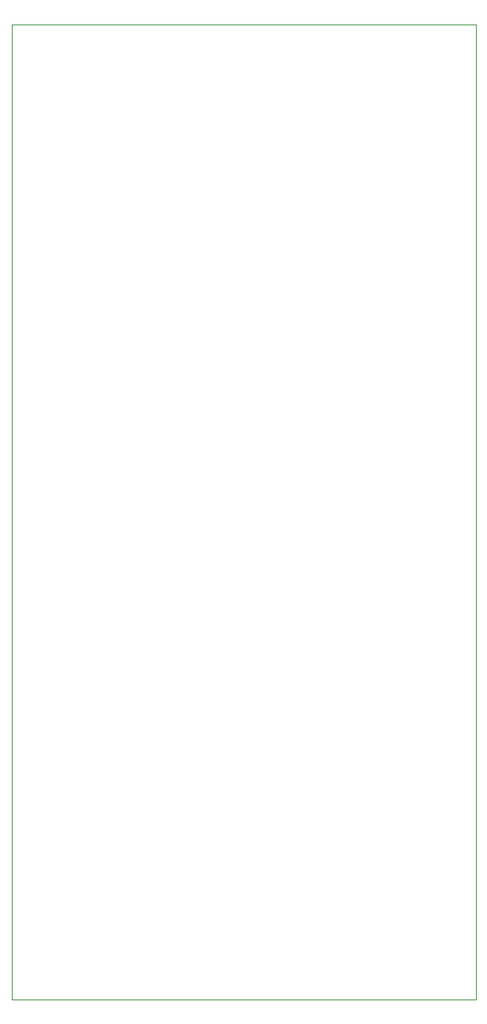
<source format=gm1>
G04 #@! TF.GenerationSoftware,KiCad,Pcbnew,(5.99.0-1124-gd78759612)*
G04 #@! TF.CreationDate,2020-05-27T21:00:59-04:00*
G04 #@! TF.ProjectId,bastion-hat,62617374-696f-46e2-9d68-61742e6b6963,rev?*
G04 #@! TF.SameCoordinates,Original*
G04 #@! TF.FileFunction,Profile,NP*
%FSLAX46Y46*%
G04 Gerber Fmt 4.6, Leading zero omitted, Abs format (unit mm)*
G04 Created by KiCad (PCBNEW (5.99.0-1124-gd78759612)) date 2020-05-27 21:00:59*
%MOMM*%
%LPD*%
G01*
G04 APERTURE LIST*
G04 #@! TA.AperFunction,Profile*
%ADD10C,0.050000*%
G04 #@! TD*
G04 APERTURE END LIST*
D10*
X114000000Y-51500000D02*
X163750000Y-51500000D01*
X114000000Y-156000000D02*
X114000000Y-51500000D01*
X163750000Y-156000000D02*
X114000000Y-156000000D01*
X163750000Y-51500000D02*
X163750000Y-156000000D01*
M02*

</source>
